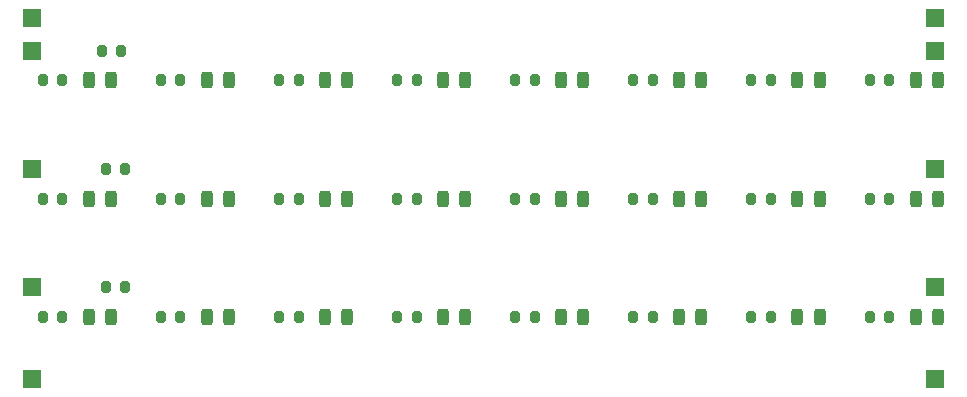
<source format=gbr>
%TF.GenerationSoftware,KiCad,Pcbnew,9.0.3*%
%TF.CreationDate,2025-08-28T14:22:23-04:00*%
%TF.ProjectId,Shift-LED-Board,53686966-742d-44c4-9544-2d426f617264,rev?*%
%TF.SameCoordinates,Original*%
%TF.FileFunction,Soldermask,Top*%
%TF.FilePolarity,Negative*%
%FSLAX46Y46*%
G04 Gerber Fmt 4.6, Leading zero omitted, Abs format (unit mm)*
G04 Created by KiCad (PCBNEW 9.0.3) date 2025-08-28 14:22:23*
%MOMM*%
%LPD*%
G01*
G04 APERTURE LIST*
G04 Aperture macros list*
%AMRoundRect*
0 Rectangle with rounded corners*
0 $1 Rounding radius*
0 $2 $3 $4 $5 $6 $7 $8 $9 X,Y pos of 4 corners*
0 Add a 4 corners polygon primitive as box body*
4,1,4,$2,$3,$4,$5,$6,$7,$8,$9,$2,$3,0*
0 Add four circle primitives for the rounded corners*
1,1,$1+$1,$2,$3*
1,1,$1+$1,$4,$5*
1,1,$1+$1,$6,$7*
1,1,$1+$1,$8,$9*
0 Add four rect primitives between the rounded corners*
20,1,$1+$1,$2,$3,$4,$5,0*
20,1,$1+$1,$4,$5,$6,$7,0*
20,1,$1+$1,$6,$7,$8,$9,0*
20,1,$1+$1,$8,$9,$2,$3,0*%
G04 Aperture macros list end*
%ADD10RoundRect,0.200000X-0.200000X-0.275000X0.200000X-0.275000X0.200000X0.275000X-0.200000X0.275000X0*%
%ADD11RoundRect,0.243750X0.243750X0.456250X-0.243750X0.456250X-0.243750X-0.456250X0.243750X-0.456250X0*%
%ADD12R,1.500000X1.500000*%
%ADD13RoundRect,0.200000X0.200000X0.275000X-0.200000X0.275000X-0.200000X-0.275000X0.200000X-0.275000X0*%
G04 APERTURE END LIST*
D10*
%TO.C,R8*%
X167175000Y-46000000D03*
X168825000Y-46000000D03*
%TD*%
%TO.C,R23*%
X157175000Y-66000000D03*
X158825000Y-66000000D03*
%TD*%
D11*
%TO.C,D15*%
X162937500Y-56000000D03*
X161062500Y-56000000D03*
%TD*%
D10*
%TO.C,R19*%
X117175000Y-66000000D03*
X118825000Y-66000000D03*
%TD*%
%TO.C,R12*%
X127175000Y-56000000D03*
X128825000Y-56000000D03*
%TD*%
%TO.C,R3*%
X117175000Y-46000000D03*
X118825000Y-46000000D03*
%TD*%
D12*
%TO.C,TP8*%
X96250000Y-63500000D03*
%TD*%
D11*
%TO.C,D6*%
X152937500Y-46000000D03*
X151062500Y-46000000D03*
%TD*%
%TO.C,D17*%
X102937500Y-66000000D03*
X101062500Y-66000000D03*
%TD*%
D12*
%TO.C,TP9*%
X96250000Y-53500000D03*
%TD*%
D11*
%TO.C,D20*%
X132937500Y-66000000D03*
X131062500Y-66000000D03*
%TD*%
D12*
%TO.C,TP2*%
X172750000Y-63500000D03*
%TD*%
D11*
%TO.C,D4*%
X132937500Y-46000000D03*
X131062500Y-46000000D03*
%TD*%
D13*
%TO.C,R25*%
X103825000Y-43500000D03*
X102175000Y-43500000D03*
%TD*%
D10*
%TO.C,R24*%
X167175000Y-66000000D03*
X168825000Y-66000000D03*
%TD*%
%TO.C,R22*%
X147175000Y-66000000D03*
X148825000Y-66000000D03*
%TD*%
D11*
%TO.C,D14*%
X152937500Y-56000000D03*
X151062500Y-56000000D03*
%TD*%
%TO.C,D19*%
X122937500Y-66000000D03*
X121062500Y-66000000D03*
%TD*%
D10*
%TO.C,R1*%
X97175000Y-46000000D03*
X98825000Y-46000000D03*
%TD*%
%TO.C,R6*%
X147175000Y-46000000D03*
X148825000Y-46000000D03*
%TD*%
D12*
%TO.C,TP5*%
X96250000Y-71250000D03*
%TD*%
D11*
%TO.C,D23*%
X162937500Y-66000000D03*
X161062500Y-66000000D03*
%TD*%
D12*
%TO.C,TP10*%
X172750000Y-43500000D03*
%TD*%
D11*
%TO.C,D16*%
X172937500Y-56000000D03*
X171062500Y-56000000D03*
%TD*%
D12*
%TO.C,TP1*%
X96250000Y-43500000D03*
%TD*%
D11*
%TO.C,D11*%
X122937500Y-56000000D03*
X121062500Y-56000000D03*
%TD*%
D10*
%TO.C,R5*%
X137175000Y-46000000D03*
X138825000Y-46000000D03*
%TD*%
D11*
%TO.C,D10*%
X112937500Y-56000000D03*
X111062500Y-56000000D03*
%TD*%
%TO.C,D5*%
X142937500Y-46000000D03*
X141062500Y-46000000D03*
%TD*%
D10*
%TO.C,R14*%
X147175000Y-56000000D03*
X148825000Y-56000000D03*
%TD*%
D11*
%TO.C,D2*%
X112937500Y-46000000D03*
X111062500Y-46000000D03*
%TD*%
%TO.C,D9*%
X102937500Y-56000000D03*
X101062500Y-56000000D03*
%TD*%
%TO.C,D3*%
X122937500Y-46000000D03*
X121062500Y-46000000D03*
%TD*%
D10*
%TO.C,R7*%
X157175000Y-46000000D03*
X158825000Y-46000000D03*
%TD*%
D13*
%TO.C,R27*%
X104150000Y-53500000D03*
X102500000Y-53500000D03*
%TD*%
D10*
%TO.C,R21*%
X137175000Y-66000000D03*
X138825000Y-66000000D03*
%TD*%
%TO.C,R17*%
X97175000Y-66000000D03*
X98825000Y-66000000D03*
%TD*%
D11*
%TO.C,D22*%
X152937500Y-66000000D03*
X151062500Y-66000000D03*
%TD*%
%TO.C,D13*%
X142937500Y-56000000D03*
X141062500Y-56000000D03*
%TD*%
D10*
%TO.C,R20*%
X127175000Y-66000000D03*
X128825000Y-66000000D03*
%TD*%
D11*
%TO.C,D18*%
X112937500Y-66000000D03*
X111062500Y-66000000D03*
%TD*%
D10*
%TO.C,R2*%
X107175000Y-46000000D03*
X108825000Y-46000000D03*
%TD*%
%TO.C,R4*%
X127175000Y-46000000D03*
X128825000Y-46000000D03*
%TD*%
%TO.C,R9*%
X97175000Y-56000000D03*
X98825000Y-56000000D03*
%TD*%
D11*
%TO.C,D7*%
X162937500Y-46000000D03*
X161062500Y-46000000D03*
%TD*%
D13*
%TO.C,R26*%
X104150000Y-63500000D03*
X102500000Y-63500000D03*
%TD*%
D10*
%TO.C,R10*%
X107175000Y-56000000D03*
X108825000Y-56000000D03*
%TD*%
%TO.C,R13*%
X137175000Y-56000000D03*
X138825000Y-56000000D03*
%TD*%
D12*
%TO.C,TP7*%
X172750000Y-71250000D03*
%TD*%
D10*
%TO.C,R11*%
X117175000Y-56000000D03*
X118825000Y-56000000D03*
%TD*%
%TO.C,R18*%
X107175000Y-66000000D03*
X108825000Y-66000000D03*
%TD*%
D12*
%TO.C,TP4*%
X172750000Y-40750000D03*
%TD*%
D10*
%TO.C,R16*%
X167175000Y-56000000D03*
X168825000Y-56000000D03*
%TD*%
D11*
%TO.C,D21*%
X142937500Y-66000000D03*
X141062500Y-66000000D03*
%TD*%
D10*
%TO.C,R15*%
X157175000Y-56000000D03*
X158825000Y-56000000D03*
%TD*%
D11*
%TO.C,D24*%
X172937500Y-66000000D03*
X171062500Y-66000000D03*
%TD*%
%TO.C,D12*%
X132937500Y-56000000D03*
X131062500Y-56000000D03*
%TD*%
%TO.C,D8*%
X172937500Y-46000000D03*
X171062500Y-46000000D03*
%TD*%
D12*
%TO.C,TP6*%
X96250000Y-40750000D03*
%TD*%
%TO.C,TP3*%
X172750000Y-53500000D03*
%TD*%
D11*
%TO.C,D1*%
X102937500Y-46000000D03*
X101062500Y-46000000D03*
%TD*%
M02*

</source>
